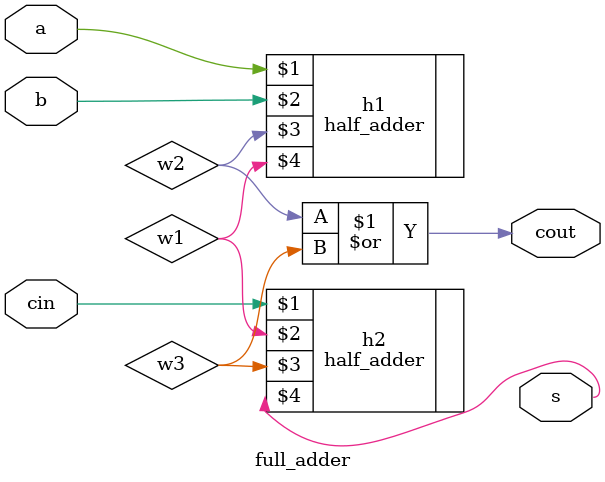
<source format=v>
module full_adder (
    input a,b,cin,
    output cout,s
);

wire w1,w2,w3;
half_adder h1(a,b,w2,w1);
half_adder h2(cin,w1,w3,s);
or (cout,w2,w3);

    
endmodule
</source>
